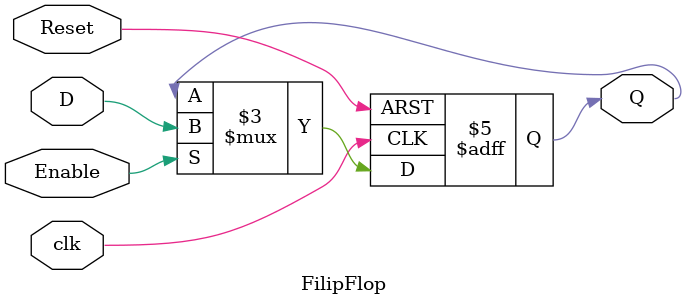
<source format=v>
module FilipFlop(D,clk,Reset,Enable,Q);
  input D,clk,Reset,Enable;
  output reg Q;
  always@(posedge clk or posedge Reset)
    if(Reset) Q = 0;
    else if(Enable) Q = D;
endmodule
</source>
